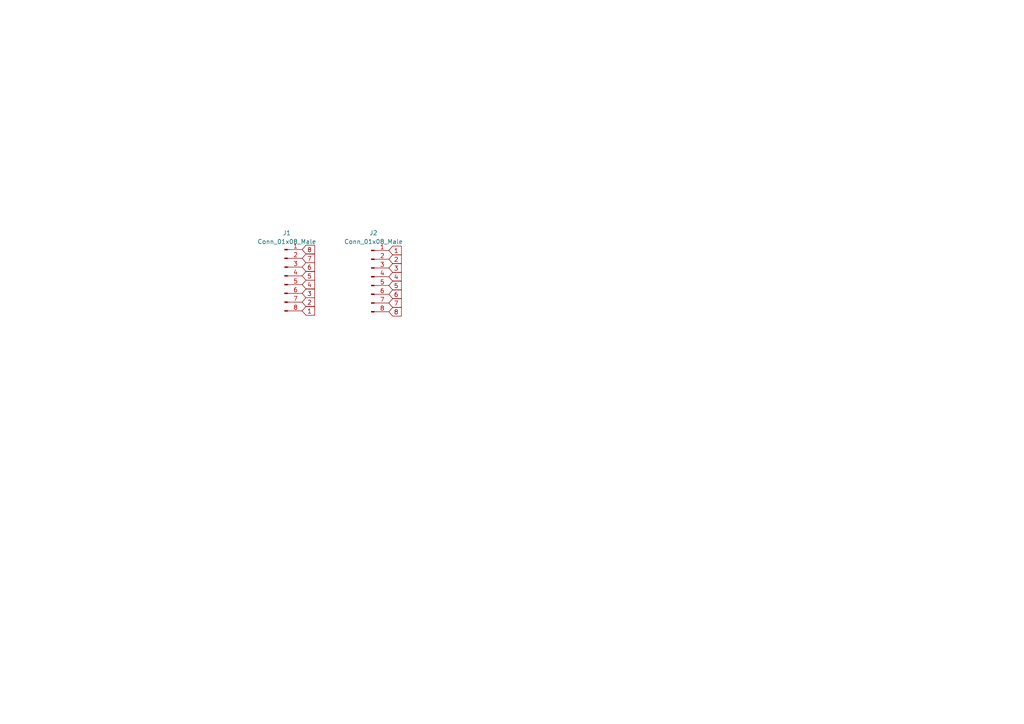
<source format=kicad_sch>
(kicad_sch (version 20230121) (generator eeschema)
  (paper "A4")
  (lib_symbols
    (symbol "Connector:Conn_01x08_Male" (pin_names (offset 1.016) hide)
      (property "Reference" "J" (at 0 10.16 0))
      (property "Value" "Conn_01x08_Male" (at 0 -12.7 0))
      (symbol "Conn_01x08_Male_1_1"
        (polyline (pts (xy 1.27 -10.16) (xy 0.8636 -10.16)) (stroke (width 0.1524)))
        (polyline (pts (xy 1.27 -7.62) (xy 0.8636 -7.62)) (stroke (width 0.1524)))
        (polyline (pts (xy 1.27 -5.08) (xy 0.8636 -5.08)) (stroke (width 0.1524)))
        (polyline (pts (xy 1.27 -2.54) (xy 0.8636 -2.54)) (stroke (width 0.1524)))
        (polyline (pts (xy 1.27 0) (xy 0.8636 0)) (stroke (width 0.1524)))
        (polyline (pts (xy 1.27 2.54) (xy 0.8636 2.54)) (stroke (width 0.1524)))
        (polyline (pts (xy 1.27 5.08) (xy 0.8636 5.08)) (stroke (width 0.1524)))
        (polyline (pts (xy 1.27 7.62) (xy 0.8636 7.62)) (stroke (width 0.1524)))
        (rectangle (start 0.8636 -10.033) (end 0 -10.287) (stroke (width 0.1524)) (fill (type outline)))
        (rectangle (start 0.8636 -7.493) (end 0 -7.747) (stroke (width 0.1524)) (fill (type outline)))
        (rectangle (start 0.8636 -4.953) (end 0 -5.207) (stroke (width 0.1524)) (fill (type outline)))
        (rectangle (start 0.8636 -2.413) (end 0 -2.667) (stroke (width 0.1524)) (fill (type outline)))
        (rectangle (start 0.8636 0.127) (end 0 -0.127) (stroke (width 0.1524)) (fill (type outline)))
        (rectangle (start 0.8636 2.667) (end 0 2.413) (stroke (width 0.1524)) (fill (type outline)))
        (rectangle (start 0.8636 5.207) (end 0 4.953) (stroke (width 0.1524)) (fill (type outline)))
        (rectangle (start 0.8636 7.747) (end 0 7.493) (stroke (width 0.1524)) (fill (type outline)))
        (pin passive line (at 5.08 7.62 180) (length 3.81) (name "Pin_1") (number "1"))
        (pin passive line (at 5.08 5.08 180) (length 3.81) (name "Pin_2") (number "2"))
        (pin passive line (at 5.08 2.54 180) (length 3.81) (name "Pin_3") (number "3"))
        (pin passive line (at 5.08 0 180) (length 3.81) (name "Pin_4") (number "4"))
        (pin passive line (at 5.08 -2.54 180) (length 3.81) (name "Pin_5") (number "5"))
        (pin passive line (at 5.08 -5.08 180) (length 3.81) (name "Pin_6") (number "6"))
        (pin passive line (at 5.08 -7.62 180) (length 3.81) (name "Pin_7") (number "7"))
        (pin passive line (at 5.08 -10.16 180) (length 3.81) (name "Pin_8") (number "8"))
      )
    )
  )
  (global_label "3" (shape input) (at 112.776 77.724 0) (property "Intersheetrefs" "${INTERSHEET_REFS}" (effects hide)))
  (global_label "2" (shape input) (at 112.776 75.184 0) (property "Intersheetrefs" "${INTERSHEET_REFS}" (effects hide)))
  (global_label "2" (shape input) (at 87.63 87.63 0) (property "Intersheetrefs" "${INTERSHEET_REFS}" (effects hide)))
  (global_label "4" (shape input) (at 87.63 82.55 0) (property "Intersheetrefs" "${INTERSHEET_REFS}" (effects hide)))
  (global_label "7" (shape input) (at 87.63 74.93 0) (property "Intersheetrefs" "${INTERSHEET_REFS}" (effects hide)))
  (global_label "6" (shape input) (at 87.63 77.47 0) (property "Intersheetrefs" "${INTERSHEET_REFS}" (effects hide)))
  (global_label "3" (shape input) (at 87.63 85.09 0) (property "Intersheetrefs" "${INTERSHEET_REFS}" (effects hide)))
  (global_label "5" (shape input) (at 112.776 82.804 0) (property "Intersheetrefs" "${INTERSHEET_REFS}" (effects hide)))
  (global_label "7" (shape input) (at 112.776 87.884 0) (property "Intersheetrefs" "${INTERSHEET_REFS}" (effects hide)))
  (global_label "5" (shape input) (at 87.63 80.01 0) (property "Intersheetrefs" "${INTERSHEET_REFS}" (effects hide)))
  (global_label "6" (shape input) (at 112.776 85.344 0) (property "Intersheetrefs" "${INTERSHEET_REFS}" (effects hide)))
  (global_label "1" (shape input) (at 112.776 72.644 0) (property "Intersheetrefs" "${INTERSHEET_REFS}" (effects hide)))
  (global_label "8" (shape input) (at 87.63 72.39 0) (property "Intersheetrefs" "${INTERSHEET_REFS}" (effects hide)))
  (global_label "8" (shape input) (at 112.776 90.424 0) (property "Intersheetrefs" "${INTERSHEET_REFS}" (effects hide)))
  (global_label "1" (shape input) (at 87.63 90.17 0) (property "Intersheetrefs" "${INTERSHEET_REFS}" (effects hide)))
  (global_label "4" (shape input) (at 112.776 80.264 0) (property "Intersheetrefs" "${INTERSHEET_REFS}" (effects hide)))
  (symbol (lib_id "Connector:Conn_01x08_Male") (at 82.55 80.01 0) (unit 1)
    (property "Reference" "J1" (at 83.185 67.564 0))
    (property "Value" "Conn_01x08_Male" (at 83.185 70.104 0))
    (property "Footprint" "STS_connector:flexpcb con." (effects hide))
  )
  (symbol (lib_id "Connector:Conn_01x08_Male") (at 107.696 80.264 0) (unit 1)
    (property "Reference" "J2" (at 108.331 67.564 0))
    (property "Value" "Conn_01x08_Male" (at 108.331 70.104 0))
    (property "Footprint" "STS_connector:flexpcb con." (effects hide))
  )
)
</source>
